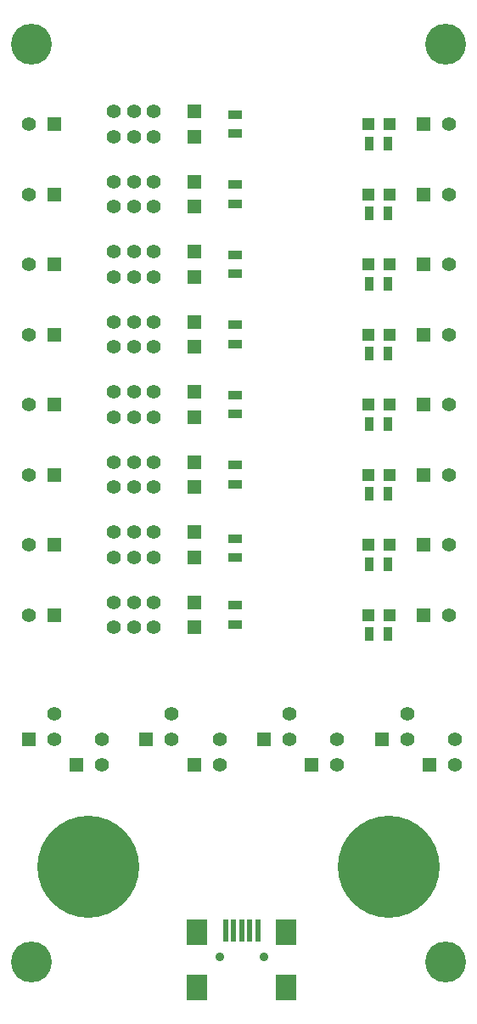
<source format=gts>
G04 (created by PCBNEW (2013-mar-13)-testing) date vie 02 ago 2013 12:29:19 CEST*
%MOIN*%
G04 Gerber Fmt 3.4, Leading zero omitted, Abs format*
%FSLAX34Y34*%
G01*
G70*
G90*
G04 APERTURE LIST*
%ADD10C,0.005906*%
%ADD11R,0.055000X0.055000*%
%ADD12C,0.055000*%
%ADD13R,0.047200X0.047200*%
%ADD14C,0.400000*%
%ADD15R,0.035000X0.055000*%
%ADD16R,0.055000X0.035000*%
%ADD17C,0.160000*%
%ADD18R,0.019700X0.090600*%
%ADD19R,0.078700X0.098400*%
%ADD20C,0.035400*%
G04 APERTURE END LIST*
G54D10*
G54D11*
X37500Y-28000D03*
G54D12*
X35925Y-28000D03*
X35137Y-28000D03*
X34350Y-28000D03*
G54D11*
X37500Y-28984D03*
G54D12*
X35925Y-28984D03*
X35137Y-28984D03*
X34350Y-28984D03*
G54D13*
X45163Y-28500D03*
X44337Y-28500D03*
X45163Y-31250D03*
X44337Y-31250D03*
X45163Y-34000D03*
X44337Y-34000D03*
X45163Y-36750D03*
X44337Y-36750D03*
X45163Y-39500D03*
X44337Y-39500D03*
X45163Y-42250D03*
X44337Y-42250D03*
X45163Y-45000D03*
X44337Y-45000D03*
X45163Y-47750D03*
X44337Y-47750D03*
G54D14*
X45150Y-57625D03*
X33350Y-57625D03*
G54D11*
X46500Y-28500D03*
G54D12*
X47500Y-28500D03*
G54D11*
X46500Y-31250D03*
G54D12*
X47500Y-31250D03*
G54D11*
X46500Y-34000D03*
G54D12*
X47500Y-34000D03*
G54D11*
X46500Y-36750D03*
G54D12*
X47500Y-36750D03*
G54D11*
X46500Y-39500D03*
G54D12*
X47500Y-39500D03*
G54D11*
X46500Y-42250D03*
G54D12*
X47500Y-42250D03*
G54D11*
X46500Y-45000D03*
G54D12*
X47500Y-45000D03*
G54D11*
X46500Y-47750D03*
G54D12*
X47500Y-47750D03*
G54D11*
X32000Y-28500D03*
G54D12*
X31000Y-28500D03*
G54D11*
X32000Y-31250D03*
G54D12*
X31000Y-31250D03*
G54D11*
X32000Y-34000D03*
G54D12*
X31000Y-34000D03*
G54D11*
X32000Y-36750D03*
G54D12*
X31000Y-36750D03*
G54D11*
X32000Y-39500D03*
G54D12*
X31000Y-39500D03*
G54D11*
X32000Y-42250D03*
G54D12*
X31000Y-42250D03*
G54D11*
X32000Y-45000D03*
G54D12*
X31000Y-45000D03*
G54D11*
X32000Y-47750D03*
G54D12*
X31000Y-47750D03*
G54D15*
X44375Y-29250D03*
X45125Y-29250D03*
X44375Y-32000D03*
X45125Y-32000D03*
X44375Y-34750D03*
X45125Y-34750D03*
X44375Y-37500D03*
X45125Y-37500D03*
X44375Y-40250D03*
X45125Y-40250D03*
X44375Y-43000D03*
X45125Y-43000D03*
X44375Y-45750D03*
X45125Y-45750D03*
X44375Y-48500D03*
X45125Y-48500D03*
G54D16*
X39125Y-28875D03*
X39125Y-28125D03*
X39125Y-31625D03*
X39125Y-30875D03*
X39125Y-34375D03*
X39125Y-33625D03*
X39125Y-37125D03*
X39125Y-36375D03*
X39125Y-39875D03*
X39125Y-39125D03*
X39125Y-42625D03*
X39125Y-41875D03*
X39125Y-45500D03*
X39125Y-44750D03*
X39125Y-48125D03*
X39125Y-47375D03*
G54D11*
X37500Y-30750D03*
G54D12*
X35925Y-30750D03*
X35137Y-30750D03*
X34350Y-30750D03*
G54D11*
X37500Y-31734D03*
G54D12*
X35925Y-31734D03*
X35137Y-31734D03*
X34350Y-31734D03*
G54D11*
X37500Y-33500D03*
G54D12*
X35925Y-33500D03*
X35137Y-33500D03*
X34350Y-33500D03*
G54D11*
X37500Y-34484D03*
G54D12*
X35925Y-34484D03*
X35137Y-34484D03*
X34350Y-34484D03*
G54D11*
X37500Y-36250D03*
G54D12*
X35925Y-36250D03*
X35137Y-36250D03*
X34350Y-36250D03*
G54D11*
X37500Y-37234D03*
G54D12*
X35925Y-37234D03*
X35137Y-37234D03*
X34350Y-37234D03*
G54D11*
X37500Y-39000D03*
G54D12*
X35925Y-39000D03*
X35137Y-39000D03*
X34350Y-39000D03*
G54D11*
X37500Y-39984D03*
G54D12*
X35925Y-39984D03*
X35137Y-39984D03*
X34350Y-39984D03*
G54D11*
X37500Y-41750D03*
G54D12*
X35925Y-41750D03*
X35137Y-41750D03*
X34350Y-41750D03*
G54D11*
X37500Y-42734D03*
G54D12*
X35925Y-42734D03*
X35137Y-42734D03*
X34350Y-42734D03*
G54D11*
X37500Y-44500D03*
G54D12*
X35925Y-44500D03*
X35137Y-44500D03*
X34350Y-44500D03*
G54D11*
X37500Y-45484D03*
G54D12*
X35925Y-45484D03*
X35137Y-45484D03*
X34350Y-45484D03*
G54D11*
X37500Y-47250D03*
G54D12*
X35925Y-47250D03*
X35137Y-47250D03*
X34350Y-47250D03*
G54D11*
X37500Y-48234D03*
G54D12*
X35925Y-48234D03*
X35137Y-48234D03*
X34350Y-48234D03*
G54D17*
X31125Y-61375D03*
X47375Y-25375D03*
X31125Y-25375D03*
X47375Y-61375D03*
G54D18*
X38745Y-60142D03*
X39060Y-60142D03*
X39375Y-60142D03*
X39690Y-60142D03*
X40005Y-60142D03*
G54D19*
X37623Y-60181D03*
X37623Y-62346D03*
X41127Y-60181D03*
X41127Y-62346D03*
G54D20*
X38509Y-61165D03*
X40241Y-61165D03*
G54D11*
X31000Y-52625D03*
G54D12*
X32000Y-52625D03*
X32000Y-51625D03*
G54D11*
X32875Y-53625D03*
G54D12*
X33875Y-53625D03*
X33875Y-52625D03*
G54D11*
X35625Y-52625D03*
G54D12*
X36625Y-52625D03*
X36625Y-51625D03*
G54D11*
X37500Y-53625D03*
G54D12*
X38500Y-53625D03*
X38500Y-52625D03*
G54D11*
X40250Y-52625D03*
G54D12*
X41250Y-52625D03*
X41250Y-51625D03*
G54D11*
X42125Y-53625D03*
G54D12*
X43125Y-53625D03*
X43125Y-52625D03*
G54D11*
X44875Y-52625D03*
G54D12*
X45875Y-52625D03*
X45875Y-51625D03*
G54D11*
X46750Y-53625D03*
G54D12*
X47750Y-53625D03*
X47750Y-52625D03*
M02*

</source>
